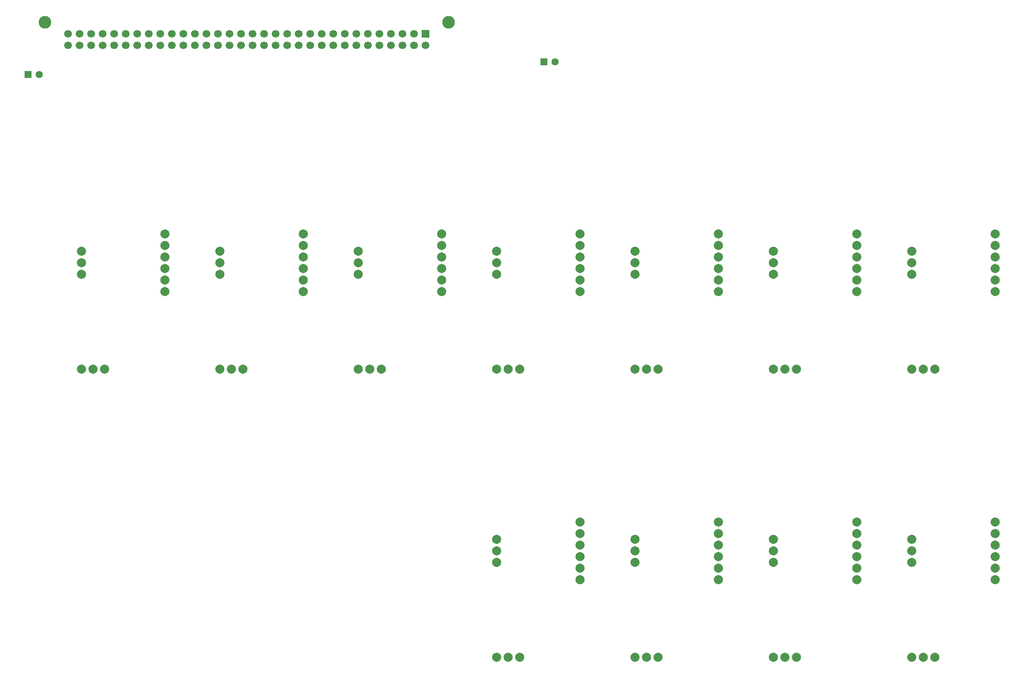
<source format=gbr>
G04 #@! TF.GenerationSoftware,KiCad,Pcbnew,(5.0.0)*
G04 #@! TF.CreationDate,2019-11-08T18:27:30+00:00*
G04 #@! TF.ProjectId,A-FS,412D46532E6B696361645F7063620000,rev?*
G04 #@! TF.SameCoordinates,Original*
G04 #@! TF.FileFunction,Soldermask,Top*
G04 #@! TF.FilePolarity,Negative*
%FSLAX46Y46*%
G04 Gerber Fmt 4.6, Leading zero omitted, Abs format (unit mm)*
G04 Created by KiCad (PCBNEW (5.0.0)) date 11/08/19 18:27:30*
%MOMM*%
%LPD*%
G01*
G04 APERTURE LIST*
%ADD10C,2.000000*%
%ADD11C,1.600000*%
%ADD12R,1.600000X1.600000*%
%ADD13C,2.800000*%
%ADD14C,1.700000*%
%ADD15R,1.700000X1.700000*%
G04 APERTURE END LIST*
D10*
G04 #@! TO.C,U8*
X225425000Y-78740000D03*
X225425000Y-81280000D03*
X225425000Y-83820000D03*
X243840000Y-74930000D03*
X243840000Y-77470000D03*
X243840000Y-80010000D03*
X243840000Y-82550000D03*
X243840000Y-85090000D03*
X243840000Y-87630000D03*
X230505000Y-104775000D03*
X227965000Y-104775000D03*
X225425000Y-104775000D03*
G04 #@! TD*
G04 #@! TO.C,U1*
X225425000Y-142240000D03*
X225425000Y-144780000D03*
X225425000Y-147320000D03*
X243840000Y-138430000D03*
X243840000Y-140970000D03*
X243840000Y-143510000D03*
X243840000Y-146050000D03*
X243840000Y-148590000D03*
X243840000Y-151130000D03*
X230505000Y-168275000D03*
X227965000Y-168275000D03*
X225425000Y-168275000D03*
G04 #@! TD*
G04 #@! TO.C,U12*
X103505000Y-78740000D03*
X103505000Y-81280000D03*
X103505000Y-83820000D03*
X121920000Y-74930000D03*
X121920000Y-77470000D03*
X121920000Y-80010000D03*
X121920000Y-82550000D03*
X121920000Y-85090000D03*
X121920000Y-87630000D03*
X108585000Y-104775000D03*
X106045000Y-104775000D03*
X103505000Y-104775000D03*
G04 #@! TD*
G04 #@! TO.C,U11*
X133985000Y-78740000D03*
X133985000Y-81280000D03*
X133985000Y-83820000D03*
X152400000Y-74930000D03*
X152400000Y-77470000D03*
X152400000Y-80010000D03*
X152400000Y-82550000D03*
X152400000Y-85090000D03*
X152400000Y-87630000D03*
X139065000Y-104775000D03*
X136525000Y-104775000D03*
X133985000Y-104775000D03*
G04 #@! TD*
G04 #@! TO.C,U14*
X42545000Y-78740000D03*
X42545000Y-81280000D03*
X42545000Y-83820000D03*
X60960000Y-74930000D03*
X60960000Y-77470000D03*
X60960000Y-80010000D03*
X60960000Y-82550000D03*
X60960000Y-85090000D03*
X60960000Y-87630000D03*
X47625000Y-104775000D03*
X45085000Y-104775000D03*
X42545000Y-104775000D03*
G04 #@! TD*
G04 #@! TO.C,U13*
X73025000Y-78740000D03*
X73025000Y-81280000D03*
X73025000Y-83820000D03*
X91440000Y-74930000D03*
X91440000Y-77470000D03*
X91440000Y-80010000D03*
X91440000Y-82550000D03*
X91440000Y-85090000D03*
X91440000Y-87630000D03*
X78105000Y-104775000D03*
X75565000Y-104775000D03*
X73025000Y-104775000D03*
G04 #@! TD*
G04 #@! TO.C,U2*
X194945000Y-142240000D03*
X194945000Y-144780000D03*
X194945000Y-147320000D03*
X213360000Y-138430000D03*
X213360000Y-140970000D03*
X213360000Y-143510000D03*
X213360000Y-146050000D03*
X213360000Y-148590000D03*
X213360000Y-151130000D03*
X200025000Y-168275000D03*
X197485000Y-168275000D03*
X194945000Y-168275000D03*
G04 #@! TD*
G04 #@! TO.C,U3*
X164465000Y-142240000D03*
X164465000Y-144780000D03*
X164465000Y-147320000D03*
X182880000Y-138430000D03*
X182880000Y-140970000D03*
X182880000Y-143510000D03*
X182880000Y-146050000D03*
X182880000Y-148590000D03*
X182880000Y-151130000D03*
X169545000Y-168275000D03*
X167005000Y-168275000D03*
X164465000Y-168275000D03*
G04 #@! TD*
G04 #@! TO.C,U4*
X133985000Y-142240000D03*
X133985000Y-144780000D03*
X133985000Y-147320000D03*
X152400000Y-138430000D03*
X152400000Y-140970000D03*
X152400000Y-143510000D03*
X152400000Y-146050000D03*
X152400000Y-148590000D03*
X152400000Y-151130000D03*
X139065000Y-168275000D03*
X136525000Y-168275000D03*
X133985000Y-168275000D03*
G04 #@! TD*
G04 #@! TO.C,U9*
X194945000Y-78740000D03*
X194945000Y-81280000D03*
X194945000Y-83820000D03*
X213360000Y-74930000D03*
X213360000Y-77470000D03*
X213360000Y-80010000D03*
X213360000Y-82550000D03*
X213360000Y-85090000D03*
X213360000Y-87630000D03*
X200025000Y-104775000D03*
X197485000Y-104775000D03*
X194945000Y-104775000D03*
G04 #@! TD*
G04 #@! TO.C,U10*
X164465000Y-78740000D03*
X164465000Y-81280000D03*
X164465000Y-83820000D03*
X182880000Y-74930000D03*
X182880000Y-77470000D03*
X182880000Y-80010000D03*
X182880000Y-82550000D03*
X182880000Y-85090000D03*
X182880000Y-87630000D03*
X169545000Y-104775000D03*
X167005000Y-104775000D03*
X164465000Y-104775000D03*
G04 #@! TD*
D11*
G04 #@! TO.C,C1*
X146900000Y-37000000D03*
D12*
X144400000Y-37000000D03*
G04 #@! TD*
D11*
G04 #@! TO.C,C2*
X33300000Y-39800000D03*
D12*
X30800000Y-39800000D03*
G04 #@! TD*
D13*
G04 #@! TO.C,J1*
X34525000Y-28321000D03*
X123425000Y-28321000D03*
D14*
X39605000Y-33401000D03*
X39605000Y-30861000D03*
X42145000Y-33401000D03*
X42145000Y-30861000D03*
X44685000Y-33401000D03*
X44685000Y-30861000D03*
X47225000Y-33401000D03*
X47225000Y-30861000D03*
X49765000Y-33401000D03*
X49765000Y-30861000D03*
X52305000Y-33401000D03*
X52305000Y-30861000D03*
X54845000Y-33401000D03*
X54845000Y-30861000D03*
X57385000Y-33401000D03*
X57385000Y-30861000D03*
X59925000Y-33401000D03*
X59925000Y-30861000D03*
X62465000Y-33401000D03*
X62465000Y-30861000D03*
X65005000Y-33401000D03*
X65005000Y-30861000D03*
X67545000Y-33401000D03*
X67545000Y-30861000D03*
X70085000Y-33401000D03*
X70085000Y-30861000D03*
X72625000Y-33401000D03*
X72625000Y-30861000D03*
X75165000Y-33401000D03*
X75165000Y-30861000D03*
X77705000Y-33401000D03*
X77705000Y-30861000D03*
X80245000Y-33401000D03*
X80245000Y-30861000D03*
X82785000Y-33401000D03*
X82785000Y-30861000D03*
X85325000Y-33401000D03*
X85325000Y-30861000D03*
X87865000Y-33401000D03*
X87865000Y-30861000D03*
X90405000Y-33401000D03*
X90405000Y-30861000D03*
X92945000Y-33401000D03*
X92945000Y-30861000D03*
X95485000Y-33401000D03*
X95485000Y-30861000D03*
X98025000Y-33401000D03*
X98025000Y-30861000D03*
X100565000Y-33401000D03*
X100565000Y-30861000D03*
X103105000Y-33401000D03*
X103105000Y-30861000D03*
X105645000Y-33401000D03*
X105645000Y-30861000D03*
X108185000Y-33401000D03*
X108185000Y-30861000D03*
X110725000Y-33401000D03*
X110725000Y-30861000D03*
X113265000Y-33401000D03*
X113265000Y-30861000D03*
X115805000Y-33401000D03*
X115805000Y-30861000D03*
X118345000Y-33401000D03*
D15*
X118345000Y-30861000D03*
G04 #@! TD*
M02*

</source>
